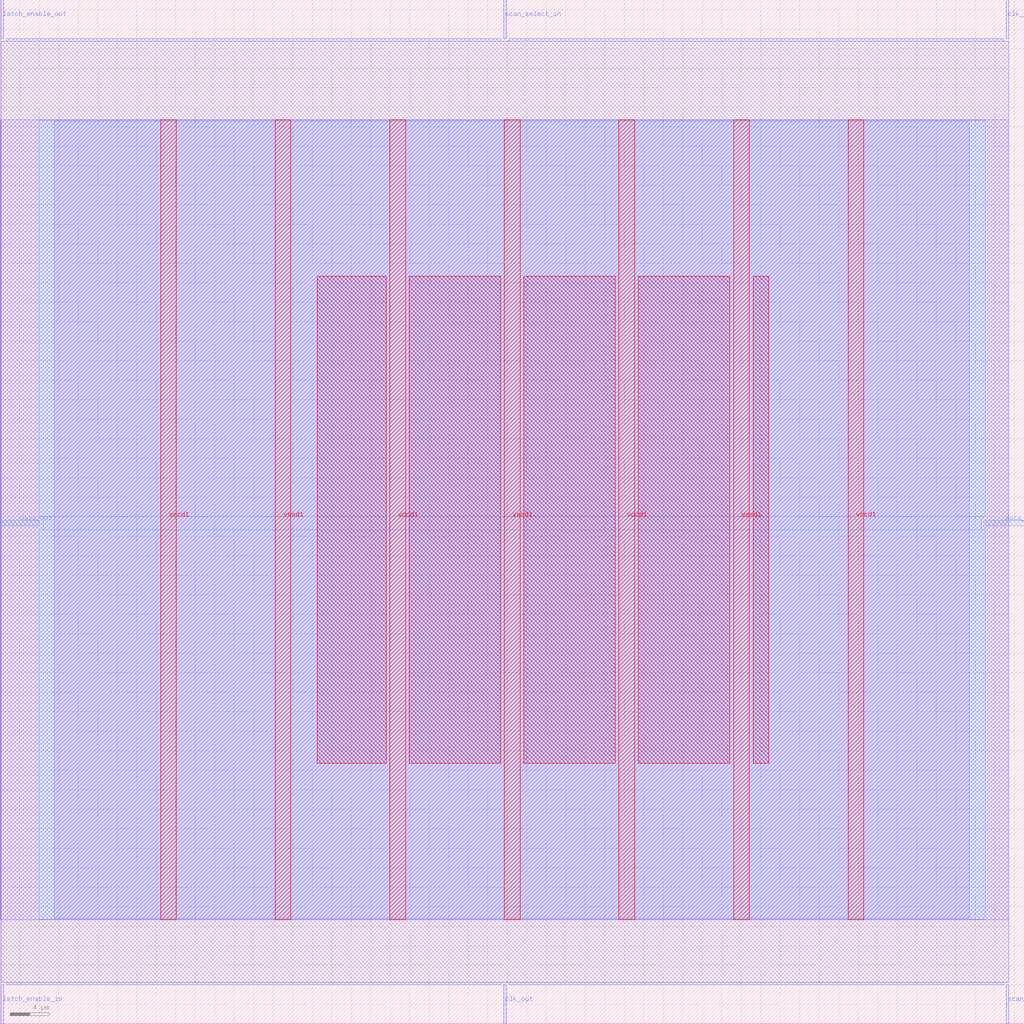
<source format=lef>
VERSION 5.7 ;
  NOWIREEXTENSIONATPIN ON ;
  DIVIDERCHAR "/" ;
  BUSBITCHARS "[]" ;
MACRO scan_wrapper_341717091617866324
  CLASS BLOCK ;
  FOREIGN scan_wrapper_341717091617866324 ;
  ORIGIN 0.000 0.000 ;
  SIZE 105.000 BY 105.000 ;
  PIN clk_in
    DIRECTION INPUT ;
    USE SIGNAL ;
    PORT
      LAYER met2 ;
        RECT 103.130 101.000 103.410 105.000 ;
    END
  END clk_in
  PIN clk_out
    DIRECTION OUTPUT TRISTATE ;
    USE SIGNAL ;
    PORT
      LAYER met2 ;
        RECT 51.610 0.000 51.890 4.000 ;
    END
  END clk_out
  PIN data_in
    DIRECTION INPUT ;
    USE SIGNAL ;
    PORT
      LAYER met3 ;
        RECT 101.000 51.040 105.000 51.640 ;
    END
  END data_in
  PIN data_out
    DIRECTION OUTPUT TRISTATE ;
    USE SIGNAL ;
    PORT
      LAYER met3 ;
        RECT 0.000 51.040 4.000 51.640 ;
    END
  END data_out
  PIN latch_enable_in
    DIRECTION INPUT ;
    USE SIGNAL ;
    PORT
      LAYER met2 ;
        RECT 0.090 0.000 0.370 4.000 ;
    END
  END latch_enable_in
  PIN latch_enable_out
    DIRECTION OUTPUT TRISTATE ;
    USE SIGNAL ;
    PORT
      LAYER met2 ;
        RECT 0.090 101.000 0.370 105.000 ;
    END
  END latch_enable_out
  PIN scan_select_in
    DIRECTION INPUT ;
    USE SIGNAL ;
    PORT
      LAYER met2 ;
        RECT 51.610 101.000 51.890 105.000 ;
    END
  END scan_select_in
  PIN scan_select_out
    DIRECTION OUTPUT TRISTATE ;
    USE SIGNAL ;
    PORT
      LAYER met2 ;
        RECT 103.130 0.000 103.410 4.000 ;
    END
  END scan_select_out
  PIN vccd1
    DIRECTION INOUT ;
    USE POWER ;
    PORT
      LAYER met4 ;
        RECT 16.465 10.640 18.065 92.720 ;
    END
    PORT
      LAYER met4 ;
        RECT 39.955 10.640 41.555 92.720 ;
    END
    PORT
      LAYER met4 ;
        RECT 63.445 10.640 65.045 92.720 ;
    END
    PORT
      LAYER met4 ;
        RECT 86.935 10.640 88.535 92.720 ;
    END
  END vccd1
  PIN vssd1
    DIRECTION INOUT ;
    USE GROUND ;
    PORT
      LAYER met4 ;
        RECT 28.210 10.640 29.810 92.720 ;
    END
    PORT
      LAYER met4 ;
        RECT 51.700 10.640 53.300 92.720 ;
    END
    PORT
      LAYER met4 ;
        RECT 75.190 10.640 76.790 92.720 ;
    END
  END vssd1
  OBS
      LAYER li1 ;
        RECT 5.520 10.795 99.360 92.565 ;
      LAYER met1 ;
        RECT 0.070 10.640 103.430 92.720 ;
      LAYER met2 ;
        RECT 0.650 100.720 51.330 101.000 ;
        RECT 52.170 100.720 102.850 101.000 ;
        RECT 0.100 4.280 103.400 100.720 ;
        RECT 0.650 4.000 51.330 4.280 ;
        RECT 52.170 4.000 102.850 4.280 ;
      LAYER met3 ;
        RECT 4.000 52.040 101.000 92.645 ;
        RECT 4.400 50.640 100.600 52.040 ;
        RECT 4.000 10.715 101.000 50.640 ;
      LAYER met4 ;
        RECT 32.495 26.695 39.555 76.665 ;
        RECT 41.955 26.695 51.300 76.665 ;
        RECT 53.700 26.695 63.045 76.665 ;
        RECT 65.445 26.695 74.790 76.665 ;
        RECT 77.190 26.695 78.825 76.665 ;
  END
END scan_wrapper_341717091617866324
END LIBRARY


</source>
